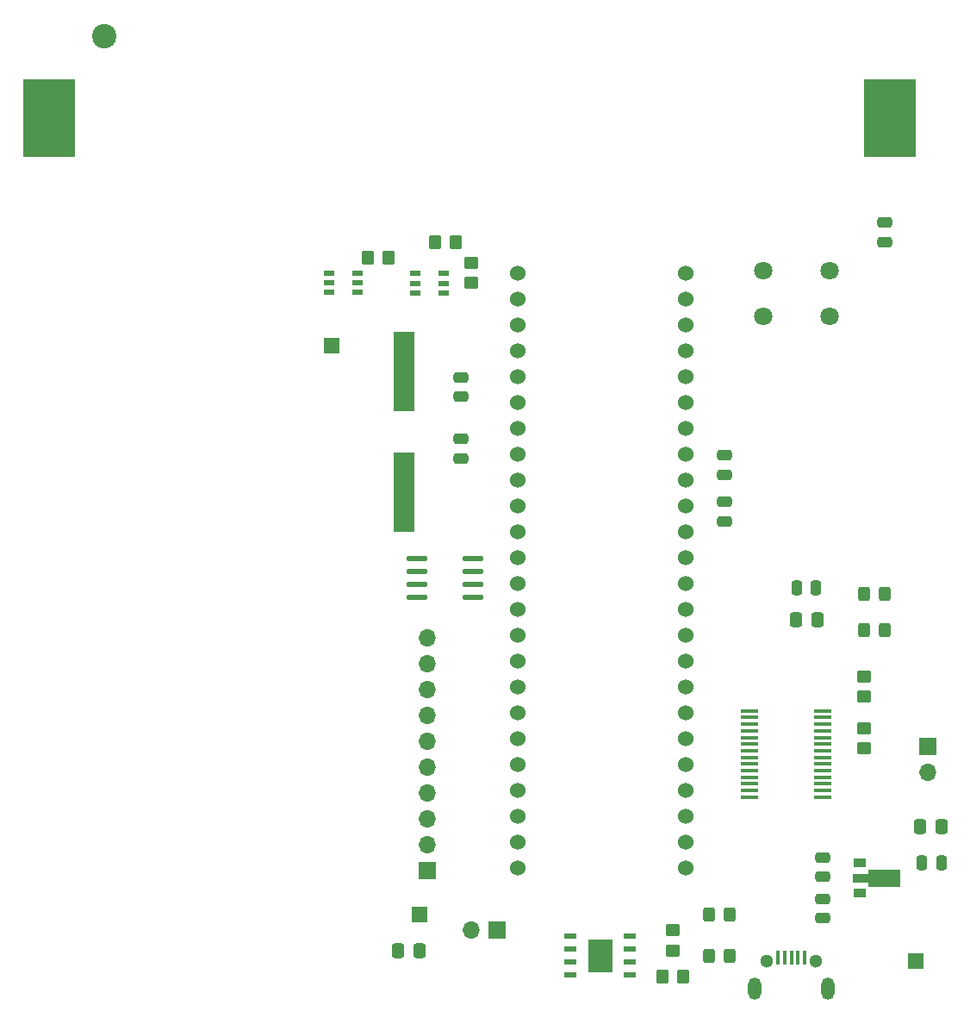
<source format=gbr>
%TF.GenerationSoftware,KiCad,Pcbnew,(7.0.0)*%
%TF.CreationDate,2023-03-21T11:28:41+02:00*%
%TF.ProjectId,EEE3088_design_project,45454533-3038-4385-9f64-657369676e5f,1.0*%
%TF.SameCoordinates,Original*%
%TF.FileFunction,Soldermask,Top*%
%TF.FilePolarity,Negative*%
%FSLAX46Y46*%
G04 Gerber Fmt 4.6, Leading zero omitted, Abs format (unit mm)*
G04 Created by KiCad (PCBNEW (7.0.0)) date 2023-03-21 11:28:41*
%MOMM*%
%LPD*%
G01*
G04 APERTURE LIST*
G04 Aperture macros list*
%AMRoundRect*
0 Rectangle with rounded corners*
0 $1 Rounding radius*
0 $2 $3 $4 $5 $6 $7 $8 $9 X,Y pos of 4 corners*
0 Add a 4 corners polygon primitive as box body*
4,1,4,$2,$3,$4,$5,$6,$7,$8,$9,$2,$3,0*
0 Add four circle primitives for the rounded corners*
1,1,$1+$1,$2,$3*
1,1,$1+$1,$4,$5*
1,1,$1+$1,$6,$7*
1,1,$1+$1,$8,$9*
0 Add four rect primitives between the rounded corners*
20,1,$1+$1,$2,$3,$4,$5,0*
20,1,$1+$1,$4,$5,$6,$7,0*
20,1,$1+$1,$6,$7,$8,$9,0*
20,1,$1+$1,$8,$9,$2,$3,0*%
%AMFreePoly0*
4,1,9,3.862500,-0.866500,0.737500,-0.866500,0.737500,-0.450000,-0.737500,-0.450000,-0.737500,0.450000,0.737500,0.450000,0.737500,0.866500,3.862500,0.866500,3.862500,-0.866500,3.862500,-0.866500,$1*%
G04 Aperture macros list end*
%ADD10R,1.300000X0.900000*%
%ADD11FreePoly0,0.000000*%
%ADD12RoundRect,0.250000X0.350000X0.450000X-0.350000X0.450000X-0.350000X-0.450000X0.350000X-0.450000X0*%
%ADD13RoundRect,0.250000X-0.250000X-0.475000X0.250000X-0.475000X0.250000X0.475000X-0.250000X0.475000X0*%
%ADD14R,1.700000X1.700000*%
%ADD15O,1.700000X1.700000*%
%ADD16RoundRect,0.250000X0.475000X-0.250000X0.475000X0.250000X-0.475000X0.250000X-0.475000X-0.250000X0*%
%ADD17R,1.500000X1.500000*%
%ADD18RoundRect,0.250000X-0.337500X-0.475000X0.337500X-0.475000X0.337500X0.475000X-0.337500X0.475000X0*%
%ADD19RoundRect,0.250000X-0.325000X-0.450000X0.325000X-0.450000X0.325000X0.450000X-0.325000X0.450000X0*%
%ADD20R,1.000000X0.550013*%
%ADD21C,1.800000*%
%ADD22RoundRect,0.250000X-0.475000X0.250000X-0.475000X-0.250000X0.475000X-0.250000X0.475000X0.250000X0*%
%ADD23R,0.400000X1.400000*%
%ADD24C,1.300000*%
%ADD25O,1.300000X2.200000*%
%ADD26RoundRect,0.250000X0.450000X-0.350000X0.450000X0.350000X-0.450000X0.350000X-0.450000X-0.350000X0*%
%ADD27RoundRect,0.250000X0.325000X0.450000X-0.325000X0.450000X-0.325000X-0.450000X0.325000X-0.450000X0*%
%ADD28O,2.045009X0.588011*%
%ADD29C,2.400000*%
%ADD30R,5.080010X7.620015*%
%ADD31C,1.524000*%
%ADD32RoundRect,0.250000X-0.450000X0.350000X-0.450000X-0.350000X0.450000X-0.350000X0.450000X0.350000X0*%
%ADD33R,1.200000X0.600000*%
%ADD34R,2.400000X3.300000*%
%ADD35R,2.000000X7.875000*%
%ADD36R,1.750000X0.450000*%
G04 APERTURE END LIST*
D10*
%TO.C,U7*%
X172293999Y-141755999D03*
D11*
X172381500Y-143256000D03*
D10*
X172293999Y-144755999D03*
%TD*%
D12*
%TO.C,R4*%
X154940000Y-152908000D03*
X152940000Y-152908000D03*
%TD*%
D13*
%TO.C,C8*%
X178440000Y-141732000D03*
X180340000Y-141732000D03*
%TD*%
D14*
%TO.C,J3*%
X136651999Y-148335999D03*
D15*
X134111999Y-148335999D03*
%TD*%
D16*
%TO.C,C10*%
X168656000Y-143124000D03*
X168656000Y-141224000D03*
%TD*%
D13*
%TO.C,C1*%
X166120500Y-114746000D03*
X168020500Y-114746000D03*
%TD*%
D17*
%TO.C,TP1*%
X129031999Y-146811999D03*
%TD*%
D18*
%TO.C,C2*%
X166094500Y-117856000D03*
X168169500Y-117856000D03*
%TD*%
D19*
%TO.C,D1*%
X172702000Y-118872000D03*
X174752000Y-118872000D03*
%TD*%
D12*
%TO.C,R5*%
X132588000Y-80772000D03*
X130588000Y-80772000D03*
%TD*%
D16*
%TO.C,C12*%
X174752000Y-80772000D03*
X174752000Y-78872000D03*
%TD*%
D20*
%TO.C,U5*%
X128647948Y-83886037D03*
X128647948Y-84835999D03*
X128647948Y-85785961D03*
X131448050Y-85785961D03*
X131448050Y-84835999D03*
X131448050Y-83886037D03*
%TD*%
D21*
%TO.C,S1*%
X162866064Y-83602064D03*
X169365936Y-83602064D03*
X162866064Y-88101936D03*
X169365936Y-88101936D03*
%TD*%
D14*
%TO.C,J1*%
X179012999Y-130296999D03*
D15*
X179012999Y-132836999D03*
%TD*%
D22*
%TO.C,C5*%
X159004000Y-106304000D03*
X159004000Y-108204000D03*
%TD*%
D20*
%TO.C,U6*%
X120135897Y-83819999D03*
X120135897Y-84769961D03*
X120135897Y-85719923D03*
X122935999Y-85719923D03*
X122935999Y-84769961D03*
X122935999Y-83819999D03*
%TD*%
D19*
%TO.C,D4*%
X157462000Y-150876000D03*
X159512000Y-150876000D03*
%TD*%
D23*
%TO.C,USB1*%
X164308024Y-151051826D03*
X164958012Y-151051826D03*
X165607999Y-151051826D03*
X166257986Y-151051826D03*
X166907974Y-151051826D03*
D24*
X168032943Y-151424446D03*
D25*
X169207948Y-154094498D03*
X162008050Y-154094498D03*
D24*
X163183057Y-151424446D03*
%TD*%
D18*
%TO.C,C9*%
X126957000Y-150368000D03*
X129032000Y-150368000D03*
%TD*%
D26*
%TO.C,R2*%
X172720000Y-125444000D03*
X172720000Y-123444000D03*
%TD*%
D18*
%TO.C,C7*%
X178265000Y-138176000D03*
X180340000Y-138176000D03*
%TD*%
D27*
%TO.C,D3*%
X159512000Y-146812000D03*
X157462000Y-146812000D03*
%TD*%
D14*
%TO.C,J2*%
X129850999Y-142488999D03*
D15*
X129850999Y-139948999D03*
X129850999Y-137408999D03*
X129850999Y-134868999D03*
X129850999Y-132328999D03*
X129850999Y-129788999D03*
X129850999Y-127248999D03*
X129850999Y-124708999D03*
X129850999Y-122168999D03*
X129850999Y-119628999D03*
%TD*%
D26*
%TO.C,R1*%
X172720000Y-130524000D03*
X172720000Y-128524000D03*
%TD*%
D19*
%TO.C,D2*%
X172702000Y-115316000D03*
X174752000Y-115316000D03*
%TD*%
D16*
%TO.C,C11*%
X168656000Y-147188000D03*
X168656000Y-145288000D03*
%TD*%
D28*
%TO.C,U3*%
X128799583Y-111886995D03*
X128799583Y-113156998D03*
X128799583Y-114427000D03*
X128799583Y-115697003D03*
X134344415Y-115697003D03*
X134344415Y-114427000D03*
X134344415Y-113156998D03*
X134344415Y-111886995D03*
%TD*%
D29*
%TO.C,BT1*%
X98106837Y-60580000D03*
D30*
X175259999Y-68579999D03*
X92633633Y-68579999D03*
%TD*%
D17*
%TO.C,TP3*%
X177799999Y-151383999D03*
%TD*%
D31*
%TO.C,J7*%
X138684000Y-83820000D03*
X138684000Y-86360000D03*
X138684000Y-88900000D03*
X138684000Y-91440000D03*
X138684000Y-93980000D03*
X138684000Y-96520000D03*
X138684000Y-99060000D03*
X138684000Y-101600000D03*
X138684000Y-104140000D03*
X138684000Y-106680000D03*
X138684000Y-109220000D03*
X138684000Y-111760000D03*
X138684000Y-114300000D03*
X138684000Y-116840000D03*
X138684000Y-119380000D03*
X138684000Y-121920000D03*
X138684000Y-124460000D03*
X138684000Y-127000000D03*
X138684000Y-129540000D03*
X138684000Y-132080000D03*
X138684000Y-134620000D03*
X138684000Y-137160000D03*
X138684000Y-139700000D03*
X138684000Y-142240000D03*
X155194000Y-142240000D03*
X155194000Y-139700000D03*
X155194000Y-137160000D03*
X155194000Y-134620000D03*
X155194000Y-132080000D03*
X155194000Y-129540000D03*
X155194000Y-127000000D03*
X155194000Y-124460000D03*
X155194000Y-121920000D03*
X155194000Y-119380000D03*
X155194000Y-116840000D03*
X155194000Y-114300000D03*
X155194000Y-111760000D03*
X155194000Y-109220000D03*
X155194000Y-106680000D03*
X155194000Y-104140000D03*
X155194000Y-101600000D03*
X155194000Y-99060000D03*
X155194000Y-96520000D03*
X155194000Y-93980000D03*
X155194000Y-91440000D03*
X155194000Y-88900000D03*
X155194000Y-86360000D03*
X155194000Y-83820000D03*
%TD*%
D17*
%TO.C,TP2*%
X120395999Y-90931999D03*
%TD*%
D32*
%TO.C,R7*%
X134112000Y-82804000D03*
X134112000Y-84804000D03*
%TD*%
D16*
%TO.C,C3*%
X133129000Y-102009000D03*
X133129000Y-100109000D03*
%TD*%
D33*
%TO.C,U4*%
X143903693Y-148970995D03*
X143903693Y-150240998D03*
X143903693Y-151511000D03*
X143903693Y-152781003D03*
X149720305Y-152781003D03*
X149720305Y-151511000D03*
X149720305Y-150240998D03*
X149720305Y-148970995D03*
D34*
X146811999Y-150875999D03*
%TD*%
D16*
%TO.C,C4*%
X133129000Y-95979000D03*
X133129000Y-94079000D03*
%TD*%
D12*
%TO.C,R6*%
X125984000Y-82296000D03*
X123984000Y-82296000D03*
%TD*%
D35*
%TO.C,Y1*%
X127507999Y-93471999D03*
X127507999Y-105346999D03*
%TD*%
D32*
%TO.C,R3*%
X153924000Y-148368000D03*
X153924000Y-150368000D03*
%TD*%
D36*
%TO.C,U2*%
X161499999Y-126838999D03*
X161499999Y-127488999D03*
X161499999Y-128138999D03*
X161499999Y-128788999D03*
X161499999Y-129438999D03*
X161499999Y-130088999D03*
X161499999Y-130738999D03*
X161499999Y-131388999D03*
X161499999Y-132038999D03*
X161499999Y-132688999D03*
X161499999Y-133338999D03*
X161499999Y-133988999D03*
X161499999Y-134638999D03*
X161499999Y-135288999D03*
X168699999Y-135288999D03*
X168699999Y-134638999D03*
X168699999Y-133988999D03*
X168699999Y-133338999D03*
X168699999Y-132688999D03*
X168699999Y-132038999D03*
X168699999Y-131388999D03*
X168699999Y-130738999D03*
X168699999Y-130088999D03*
X168699999Y-129438999D03*
X168699999Y-128788999D03*
X168699999Y-128138999D03*
X168699999Y-127488999D03*
X168699999Y-126838999D03*
%TD*%
D16*
%TO.C,C6*%
X159004000Y-103632000D03*
X159004000Y-101732000D03*
%TD*%
M02*

</source>
